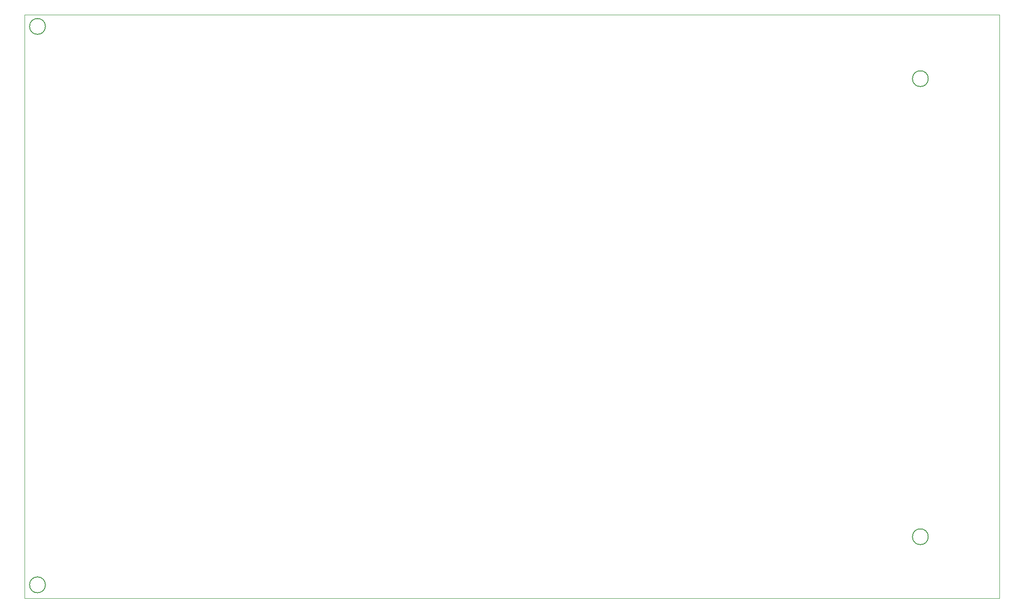
<source format=gbr>
%TF.GenerationSoftware,KiCad,Pcbnew,(6.0.10)*%
%TF.CreationDate,2023-02-06T20:53:37+00:00*%
%TF.ProjectId,fjol-desktop,666a6f6c-2d64-4657-936b-746f702e6b69,rev?*%
%TF.SameCoordinates,Original*%
%TF.FileFunction,Profile,NP*%
%FSLAX46Y46*%
G04 Gerber Fmt 4.6, Leading zero omitted, Abs format (unit mm)*
G04 Created by KiCad (PCBNEW (6.0.10)) date 2023-02-06 20:53:37*
%MOMM*%
%LPD*%
G01*
G04 APERTURE LIST*
%TA.AperFunction,Profile*%
%ADD10C,0.150000*%
%TD*%
%TA.AperFunction,Profile*%
%ADD11C,0.050000*%
%TD*%
G04 APERTURE END LIST*
D10*
X256516000Y-54888000D02*
G75*
G03*
X256516000Y-54888000I-1500000J0D01*
G01*
X89130000Y-150876000D02*
G75*
G03*
X89130000Y-150876000I-1500000J0D01*
G01*
D11*
X270000000Y-153425000D02*
X270000000Y-42757200D01*
D10*
X256516000Y-141756000D02*
G75*
G03*
X256516000Y-141756000I-1500000J0D01*
G01*
D11*
X270000000Y-42757200D02*
X85172586Y-42757200D01*
X85172586Y-42757200D02*
X85172586Y-153425000D01*
X85172586Y-153425000D02*
X270000000Y-153425000D01*
D10*
X89130000Y-44978851D02*
G75*
G03*
X89130000Y-44978851I-1500000J0D01*
G01*
M02*

</source>
